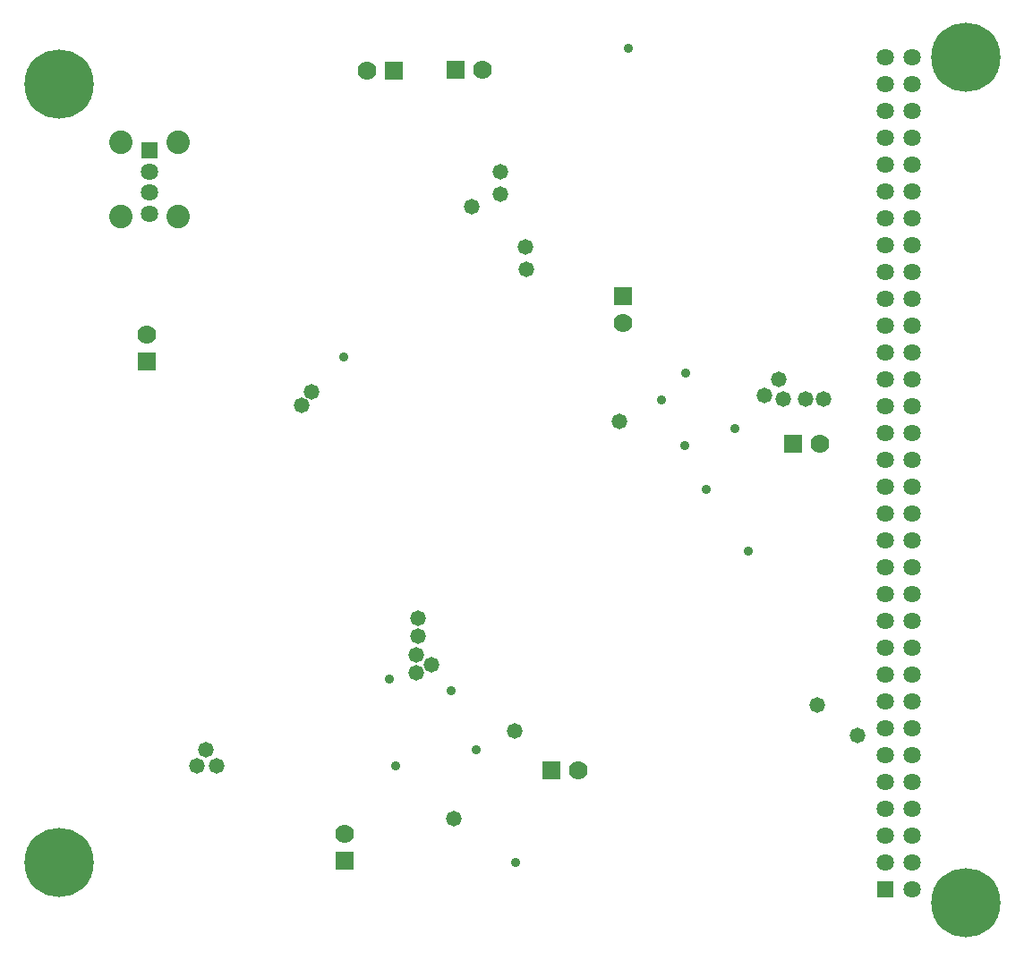
<source format=gbs>
%TF.GenerationSoftware,Altium Limited,Altium Designer,23.1.1 (15)*%
G04 Layer_Color=16711935*
%FSLAX25Y25*%
%MOIN*%
%TF.SameCoordinates,209943D4-F1A4-4043-803A-0C530BE15E34*%
%TF.FilePolarity,Negative*%
%TF.FileFunction,Soldermask,Bot*%
%TF.Part,Single*%
G01*
G75*
%TA.AperFunction,ComponentPad*%
%ADD85R,0.07001X0.07001*%
%ADD86C,0.07001*%
%ADD87R,0.06410X0.06410*%
%ADD88C,0.06410*%
%ADD89C,0.08772*%
%ADD90C,0.06434*%
%ADD91R,0.06434X0.06434*%
%ADD92R,0.07001X0.07001*%
%TA.AperFunction,WasherPad*%
%ADD93C,0.25800*%
%TA.AperFunction,ViaPad*%
%ADD94C,0.03556*%
%ADD95C,0.05800*%
D85*
X-251181Y35669D02*
D03*
X-147638Y245827D02*
D03*
X-324803Y221496D02*
D03*
D86*
X-251181Y45669D02*
D03*
X-147638Y235827D02*
D03*
X-324803Y231496D02*
D03*
X-164173Y69291D02*
D03*
X-242913Y329921D02*
D03*
X-200000Y330315D02*
D03*
X-74252Y190945D02*
D03*
D87*
X-50000Y25000D02*
D03*
D88*
Y35000D02*
D03*
Y45000D02*
D03*
Y55000D02*
D03*
Y65000D02*
D03*
Y75000D02*
D03*
Y85000D02*
D03*
Y95000D02*
D03*
Y105000D02*
D03*
Y115000D02*
D03*
Y125000D02*
D03*
Y135000D02*
D03*
Y145000D02*
D03*
Y155000D02*
D03*
Y165000D02*
D03*
Y175000D02*
D03*
Y185000D02*
D03*
Y195000D02*
D03*
Y205000D02*
D03*
Y215000D02*
D03*
Y225000D02*
D03*
Y235000D02*
D03*
Y245000D02*
D03*
Y255000D02*
D03*
Y265000D02*
D03*
Y275000D02*
D03*
Y285000D02*
D03*
Y295000D02*
D03*
Y305000D02*
D03*
Y315000D02*
D03*
Y325000D02*
D03*
Y335000D02*
D03*
X-40000Y25000D02*
D03*
Y35000D02*
D03*
Y45000D02*
D03*
Y55000D02*
D03*
Y65000D02*
D03*
Y75000D02*
D03*
Y85000D02*
D03*
Y95000D02*
D03*
Y105000D02*
D03*
Y115000D02*
D03*
Y125000D02*
D03*
Y135000D02*
D03*
Y145000D02*
D03*
Y155000D02*
D03*
Y165000D02*
D03*
Y175000D02*
D03*
Y185000D02*
D03*
Y195000D02*
D03*
Y205000D02*
D03*
Y215000D02*
D03*
Y225000D02*
D03*
Y235000D02*
D03*
Y245000D02*
D03*
Y255000D02*
D03*
Y265000D02*
D03*
Y275000D02*
D03*
Y285000D02*
D03*
Y295000D02*
D03*
Y305000D02*
D03*
Y315000D02*
D03*
Y325000D02*
D03*
Y335000D02*
D03*
D89*
X-313228Y303150D02*
D03*
Y275590D02*
D03*
X-334646D02*
D03*
Y303150D02*
D03*
D90*
X-323937Y276654D02*
D03*
Y284528D02*
D03*
Y292402D02*
D03*
D91*
Y300276D02*
D03*
D92*
X-174173Y69291D02*
D03*
X-232913Y329921D02*
D03*
X-210000Y330315D02*
D03*
X-84252Y190945D02*
D03*
D93*
X-357520Y35000D02*
D03*
Y325000D02*
D03*
X-20000Y335000D02*
D03*
Y20000D02*
D03*
D94*
X-124133Y217164D02*
D03*
X-105905Y196457D02*
D03*
X-133071Y207087D02*
D03*
X-124409Y190157D02*
D03*
X-202117Y76814D02*
D03*
X-232283Y70866D02*
D03*
X-234646Y103150D02*
D03*
X-211417Y98819D02*
D03*
X-251575Y223228D02*
D03*
X-145669Y338189D02*
D03*
X-116535Y174016D02*
D03*
X-100787Y150787D02*
D03*
X-187402Y35039D02*
D03*
D95*
X-224667Y105512D02*
D03*
X-187795Y83858D02*
D03*
X-60236Y82284D02*
D03*
X-75197Y93701D02*
D03*
X-298819Y70866D02*
D03*
X-306299D02*
D03*
X-302756Y76772D02*
D03*
X-223879Y125984D02*
D03*
X-267323Y205118D02*
D03*
X-263386Y210236D02*
D03*
X-203937Y279134D02*
D03*
X-183465Y255906D02*
D03*
X-183858Y264173D02*
D03*
X-193307Y283858D02*
D03*
Y292126D02*
D03*
X-148819Y199213D02*
D03*
X-87795Y207480D02*
D03*
X-94882Y209055D02*
D03*
X-89370Y214961D02*
D03*
X-79528Y207480D02*
D03*
X-72835D02*
D03*
X-224667Y112205D02*
D03*
X-218761Y108661D02*
D03*
X-223879Y119291D02*
D03*
X-210494Y51181D02*
D03*
%TF.MD5,31207511d5e53c2e4824049968b9c236*%
M02*

</source>
